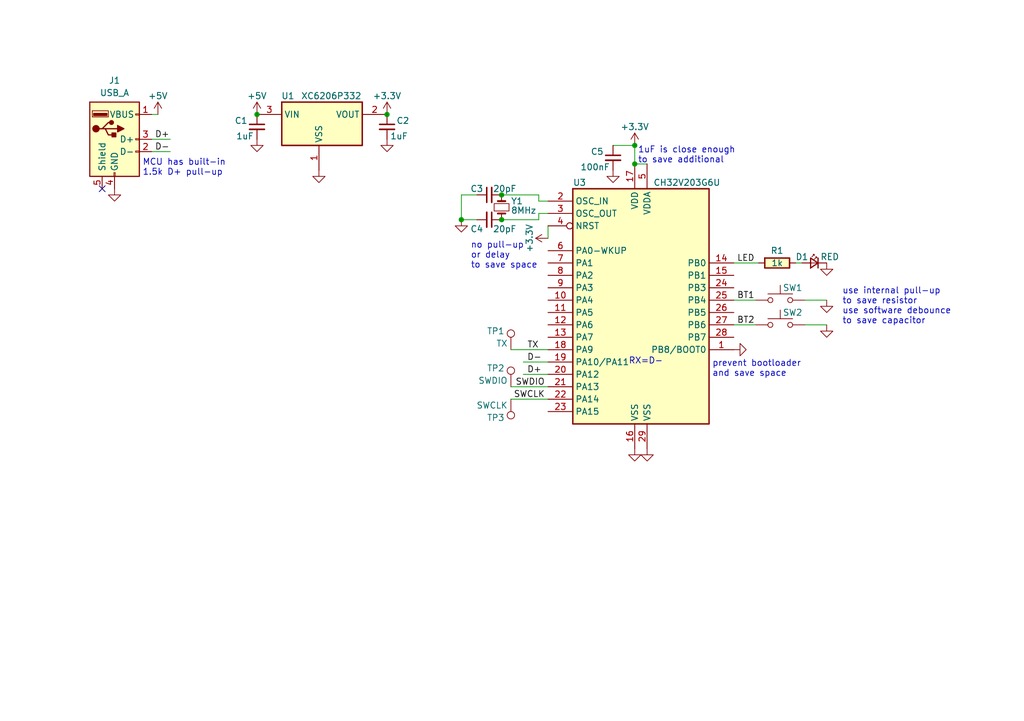
<source format=kicad_sch>
(kicad_sch (version 20230121) (generator eeschema)
  (paper "A5")
  (title_block (title "passkey") (date "$date$") (rev "$version$.$revision$") (company "CuVoodoo") (comment 1 "King Kévin") (comment 2 "CERN-OHL-S") (comment 3 "credential typer"))
  (lib_symbols
    (symbol "Connector:TestPoint" (pin_numbers hide) (pin_names (offset 0.762) hide)
      (property "Reference" "TP" (at 0 6.858 0))
      (property "Value" "TestPoint" (at 0 5.08 0))
      (symbol "TestPoint_0_1"
        (circle (center 0 3.302) (radius 0.762))
      )
      (symbol "TestPoint_1_1"
        (pin passive line (at 0 0 90) (length 2.54) (name "1") (number "1"))
      )
    )
    (symbol "Connector:USB_A" (pin_names (offset 1.016))
      (property "Reference" "J" (at -5.08 11.43 0))
      (property "Value" "USB_A" (at -5.08 8.89 0))
      (symbol "USB_A_0_1"
        (rectangle (start -5.08 -7.62) (end 5.08 7.62) (stroke (width 0.254)) (fill (type background)))
        (circle (center -3.81 2.159) (radius 0.635) (stroke (width 0.254)) (fill (type outline)))
        (rectangle (start -1.524 4.826) (end -4.318 5.334) (fill (type outline)))
        (rectangle (start -1.27 4.572) (end -4.572 5.842))
        (circle (center -0.635 3.429) (radius 0.381) (stroke (width 0.254)) (fill (type outline)))
        (rectangle (start -0.127 -7.62) (end 0.127 -6.858))
        (polyline (pts (xy -3.175 2.159) (xy -2.54 2.159) (xy -1.27 3.429) (xy -0.635 3.429)) (stroke (width 0.254)))
        (polyline (pts (xy -2.54 2.159) (xy -1.905 2.159) (xy -1.27 0.889) (xy 0 0.889)) (stroke (width 0.254)))
        (polyline (pts (xy 0.635 2.794) (xy 0.635 1.524) (xy 1.905 2.159) (xy 0.635 2.794)) (stroke (width 0.254)) (fill (type outline)))
        (rectangle (start 0.254 1.27) (end -0.508 0.508) (stroke (width 0.254)) (fill (type outline)))
        (rectangle (start 5.08 -2.667) (end 4.318 -2.413))
        (rectangle (start 5.08 -0.127) (end 4.318 0.127))
        (rectangle (start 5.08 4.953) (end 4.318 5.207))
      )
      (symbol "USB_A_1_1"
        (polyline (pts (xy -1.905 2.159) (xy 0.635 2.159)) (stroke (width 0.254)))
        (pin power_in line (at 7.62 5.08 180) (length 2.54) (name "VBUS") (number "1"))
        (pin bidirectional line (at 7.62 -2.54 180) (length 2.54) (name "D-") (number "2"))
        (pin bidirectional line (at 7.62 0 180) (length 2.54) (name "D+") (number "3"))
        (pin power_in line (at 0 -10.16 90) (length 2.54) (name "GND") (number "4"))
        (pin passive line (at -2.54 -10.16 90) (length 2.54) (name "Shield") (number "5"))
      )
    )
    (symbol "partdb:LED/KT-0603R" (pin_numbers hide) (pin_names (offset 0.254) hide)
      (property "Reference" "D" (at -1.27 3.175 0))
      (property "Value" "LED_Small" (at -4.445 -2.54 0))
      (symbol "LED/KT-0603R_0_1"
        (polyline (pts (xy -0.762 -1.016) (xy -0.762 1.016)) (stroke (width 0.254)))
        (polyline (pts (xy 1.016 0) (xy -0.762 0)))
        (polyline (pts (xy 0.762 -1.016) (xy -0.762 0) (xy 0.762 1.016) (xy 0.762 -1.016)) (stroke (width 0.254)))
        (polyline (pts (xy 0 0.762) (xy -0.508 1.27) (xy -0.254 1.27) (xy -0.508 1.27) (xy -0.508 1.016)))
        (polyline (pts (xy 0.508 1.27) (xy 0 1.778) (xy 0.254 1.778) (xy 0 1.778) (xy 0 1.524)))
      )
      (symbol "LED/KT-0603R_1_1"
        (pin passive line (at -2.54 0 0) (length 1.778) (name "K") (number "1"))
        (pin passive line (at 2.54 0 180) (length 1.778) (name "A") (number "2"))
      )
    )
    (symbol "partdb:MCU/CH32V203G6U6"
      (property "Reference" "U" (at 0 0.762 0))
      (property "Value" "CH32V203G6U" (at 16.002 -49.022 0))
      (symbol "MCU/CH32V203G6U6_1_1"
        (rectangle (start 0 0) (end 27.94 -48.26) (stroke (width 0.305)) (fill (type background)))
        (pin bidirectional line (at 33.02 -33.02 180) (length 5.08) (name "PB8/BOOT0") (number "1"))
        (pin bidirectional line (at -5.08 -22.86 0) (length 5.08) (name "PA4") (number "10"))
        (pin bidirectional line (at -5.08 -25.4 0) (length 5.08) (name "PA5") (number "11"))
        (pin bidirectional line (at -5.08 -27.94 0) (length 5.08) (name "PA6") (number "12"))
        (pin bidirectional line (at -5.08 -30.48 0) (length 5.08) (name "PA7") (number "13"))
        (pin bidirectional line (at 33.02 -15.24 180) (length 5.08) (name "PB0") (number "14"))
        (pin bidirectional line (at 33.02 -17.78 180) (length 5.08) (name "PB1") (number "15"))
        (pin power_in line (at 12.7 -53.34 90) (length 5.08) (name "VSS") (number "16"))
        (pin power_in line (at 12.7 5.08 270) (length 5.08) (name "VDD") (number "17"))
        (pin bidirectional line (at -5.08 -33.02 0) (length 5.08) (name "PA9") (number "18"))
        (pin unspecified line (at -5.08 -35.56 0) (length 5.08) (name "PA10/PA11") (number "19"))
        (pin passive line (at -5.08 -2.54 0) (length 5.08) (name "OSC_IN") (number "2"))
        (pin bidirectional line (at -5.08 -38.1 0) (length 5.08) (name "PA12") (number "20"))
        (pin bidirectional line (at -5.08 -40.64 0) (length 5.08) (name "PA13") (number "21"))
        (pin bidirectional line (at -5.08 -43.18 0) (length 5.08) (name "PA14") (number "22"))
        (pin bidirectional line (at -5.08 -45.72 0) (length 5.08) (name "PA15") (number "23"))
        (pin bidirectional line (at 33.02 -20.32 180) (length 5.08) (name "PB3") (number "24"))
        (pin bidirectional line (at 33.02 -22.86 180) (length 5.08) (name "PB4") (number "25"))
        (pin bidirectional line (at 33.02 -25.4 180) (length 5.08) (name "PB5") (number "26"))
        (pin bidirectional line (at 33.02 -27.94 180) (length 5.08) (name "PB6") (number "27"))
        (pin bidirectional line (at 33.02 -30.48 180) (length 5.08) (name "PB7") (number "28"))
        (pin power_in line (at 15.24 -53.34 90) (length 5.08) (name "VSS") (number "29"))
        (pin passive line (at -5.08 -5.08 0) (length 5.08) (name "OSC_OUT") (number "3"))
        (pin input inverted (at -5.08 -7.62 0) (length 5.08) (name "NRST") (number "4"))
        (pin power_in line (at 15.24 5.08 270) (length 5.08) (name "VDDA") (number "5"))
        (pin bidirectional line (at -5.08 -12.7 0) (length 5.08) (name "PA0-WKUP") (number "6"))
        (pin bidirectional line (at -5.08 -15.24 0) (length 5.08) (name "PA1") (number "7"))
        (pin bidirectional line (at -5.08 -17.78 0) (length 5.08) (name "PA2") (number "8"))
        (pin bidirectional line (at -5.08 -20.32 0) (length 5.08) (name "PA3") (number "9"))
      )
    )
    (symbol "partdb:button/1TS003B-1900-3500A-CT" (pin_numbers hide) (pin_names (offset 1.016) hide)
      (property "Reference" "SW" (at 1.27 2.54 0))
      (property "Value" "SW_Push" (at 0 -1.524 0))
      (symbol "button/1TS003B-1900-3500A-CT_0_1"
        (circle (center -2.032 0) (radius 0.508))
        (polyline (pts (xy 0 1.27) (xy 0 3.048)))
        (polyline (pts (xy 2.54 1.27) (xy -2.54 1.27)))
        (circle (center 2.032 0) (radius 0.508))
        (pin passive line (at -5.08 0 0) (length 2.54) (name "1") (number "1"))
        (pin passive line (at 5.08 0 180) (length 2.54) (name "2") (number "2"))
      )
    )
    (symbol "partdb:capacitor/C0603 0.1uF 50V" (pin_numbers hide) (pin_names (offset 0.254) hide)
      (property "Reference" "C" (at 0.254 1.778 0))
      (property "Value" "C_Small" (at 0.254 -2.032 0))
      (symbol "capacitor/C0603 0.1uF 50V_0_1"
        (polyline (pts (xy -1.524 -0.508) (xy 1.524 -0.508)) (stroke (width 0.3302)))
        (polyline (pts (xy -1.524 0.508) (xy 1.524 0.508)) (stroke (width 0.3048)))
      )
      (symbol "capacitor/C0603 0.1uF 50V_1_1"
        (pin passive line (at 0 2.54 270) (length 2.032) (name "~") (number "1"))
        (pin passive line (at 0 -2.54 90) (length 2.032) (name "~") (number "2"))
      )
    )
    (symbol "partdb:capacitor/C0603 20pF" (pin_numbers hide) (pin_names (offset 0.254) hide)
      (property "Reference" "C" (at 0.254 1.778 0))
      (property "Value" "C_Small" (at 0.254 -2.032 0))
      (symbol "capacitor/C0603 20pF_0_1"
        (polyline (pts (xy -1.524 -0.508) (xy 1.524 -0.508)) (stroke (width 0.3302)))
        (polyline (pts (xy -1.524 0.508) (xy 1.524 0.508)) (stroke (width 0.3048)))
      )
      (symbol "capacitor/C0603 20pF_1_1"
        (pin passive line (at 0 2.54 270) (length 2.032) (name "~") (number "1"))
        (pin passive line (at 0 -2.54 90) (length 2.032) (name "~") (number "2"))
      )
    )
    (symbol "partdb:capacitor/CL10A105KB8NNNC" (pin_numbers hide) (pin_names (offset 0.254) hide)
      (property "Reference" "C" (at 0.254 1.778 0))
      (property "Value" "C_Small" (at 0.254 -2.032 0))
      (symbol "capacitor/CL10A105KB8NNNC_0_1"
        (polyline (pts (xy -1.524 -0.508) (xy 1.524 -0.508)) (stroke (width 0.3302)))
        (polyline (pts (xy -1.524 0.508) (xy 1.524 0.508)) (stroke (width 0.3048)))
      )
      (symbol "capacitor/CL10A105KB8NNNC_1_1"
        (pin passive line (at 0 2.54 270) (length 2.032) (name "~") (number "1"))
        (pin passive line (at 0 -2.54 90) (length 2.032) (name "~") (number "2"))
      )
    )
    (symbol "partdb:oscillator/X50328MSB2GI" (pin_numbers hide) (pin_names (offset 1.016) hide)
      (property "Reference" "Y" (at 0 2.54 0))
      (property "Value" "Crystal_Small" (at 0 -2.54 0))
      (symbol "oscillator/X50328MSB2GI_0_1"
        (rectangle (start -0.762 -1.524) (end 0.762 1.524))
        (polyline (pts (xy -1.27 -0.762) (xy -1.27 0.762)) (stroke (width 0.381)))
        (polyline (pts (xy 1.27 -0.762) (xy 1.27 0.762)) (stroke (width 0.381)))
      )
      (symbol "oscillator/X50328MSB2GI_1_1"
        (pin passive line (at -2.54 0 0) (length 1.27) (name "1") (number "1"))
        (pin passive line (at 2.54 0 180) (length 1.27) (name "2") (number "2"))
      )
    )
    (symbol "partdb:resistor/0603WAF1001T5E" (pin_numbers hide) (pin_names hide)
      (property "Reference" "R" (at 0 1.778 0))
      (property "Value" "R0603" (at 0 -1.778 0))
      (symbol "resistor/0603WAF1001T5E_1_1"
        (rectangle (start -2.54 1.016) (end 2.54 -1.016) (stroke (width 0.305)) (fill (type background)))
        (pin passive line (at -3.81 0 0) (length 1.27) (name "L") (number "1"))
        (pin passive line (at 3.81 0 180) (length 1.27) (name "R") (number "2"))
      )
    )
    (symbol "partdb:voltage regulator/XC6206P332MR"
      (property "Reference" "U" (at 8.255 0.762 0))
      (property "Value" "XC6206" (at 8.382 -9.652 0))
      (symbol "voltage regulator/XC6206P332MR_1_1"
        (rectangle (start 0 0) (end 16.51 -8.89) (stroke (width 0.305)) (fill (type background)))
        (pin power_in line (at 7.62 -13.97 90) (length 5.08) (name "VSS") (number "1"))
        (pin unspecified line (at 21.59 -2.54 180) (length 5.08) (name "VOUT") (number "2"))
        (pin power_in line (at -5.08 -2.54 0) (length 5.08) (name "VIN") (number "3"))
      )
    )
    (symbol "power:+3.3V" (power) (pin_names (offset 0))
      (property "Value" "+3.3V" (at 0 3.556 0))
      (symbol "+3.3V_0_1"
        (polyline (pts (xy -0.762 1.27) (xy 0 2.54)))
        (polyline (pts (xy 0 0) (xy 0 2.54)))
        (polyline (pts (xy 0 2.54) (xy 0.762 1.27)))
      )
      (symbol "+3.3V_1_1"
        (pin power_in line (at 0 0 90) (length 0) hide (name "+3.3V") (number "1"))
      )
    )
    (symbol "power:+5V" (power) (pin_names (offset 0))
      (property "Value" "+5V" (at 0 3.556 0))
      (symbol "+5V_0_1"
        (polyline (pts (xy -0.762 1.27) (xy 0 2.54)))
        (polyline (pts (xy 0 0) (xy 0 2.54)))
        (polyline (pts (xy 0 2.54) (xy 0.762 1.27)))
      )
      (symbol "+5V_1_1"
        (pin power_in line (at 0 0 90) (length 0) hide (name "+5V") (number "1"))
      )
    )
    (symbol "power:GND" (power) (pin_names (offset 0))
      (property "Value" "GND" (at 0 -3.81 0))
      (symbol "GND_0_1"
        (polyline (pts (xy 0 0) (xy 0 -1.27) (xy 1.27 -1.27) (xy 0 -2.54) (xy -1.27 -1.27) (xy 0 -1.27)))
      )
      (symbol "GND_1_1"
        (pin power_in line (at 0 0 270) (length 0) hide (name "GND") (number "1"))
      )
    )
  )
  (junction (at 79.375 23.495))
  (junction (at 102.87 45.085))
  (junction (at 130.175 33.655))
  (junction (at 94.615 45.085))
  (junction (at 102.87 40.005))
  (junction (at 52.705 23.495))
  (junction (at 130.175 29.845))
  (no_connect (at 20.955 38.735))
  (wire (pts (xy 150.495 66.675) (xy 154.94 66.675)))
  (wire (pts (xy 112.395 48.895) (xy 112.395 46.355)))
  (wire (pts (xy 130.175 33.655) (xy 130.175 29.845)))
  (wire (pts (xy 97.79 40.005) (xy 94.615 40.005)))
  (wire (pts (xy 104.775 81.915) (xy 112.395 81.915)))
  (wire (pts (xy 132.715 33.655) (xy 130.175 33.655)))
  (wire (pts (xy 110.49 41.275) (xy 112.395 41.275)))
  (wire (pts (xy 107.315 76.835) (xy 112.395 76.835)))
  (wire (pts (xy 94.615 40.005) (xy 94.615 45.085)))
  (wire (pts (xy 31.115 28.575) (xy 34.925 28.575)))
  (wire (pts (xy 169.545 66.675) (xy 165.1 66.675)))
  (wire (pts (xy 110.49 40.005) (xy 110.49 41.275)))
  (wire (pts (xy 110.49 43.815) (xy 110.49 45.085)))
  (wire (pts (xy 165.1 61.595) (xy 169.545 61.595)))
  (wire (pts (xy 164.465 53.975) (xy 163.195 53.975)))
  (wire (pts (xy 104.775 71.755) (xy 112.395 71.755)))
  (wire (pts (xy 104.775 79.375) (xy 112.395 79.375)))
  (wire (pts (xy 150.495 53.975) (xy 155.575 53.975)))
  (wire (pts (xy 94.615 45.085) (xy 97.79 45.085)))
  (wire (pts (xy 150.495 61.595) (xy 154.94 61.595)))
  (wire (pts (xy 112.395 43.815) (xy 110.49 43.815)))
  (wire (pts (xy 31.115 31.115) (xy 34.925 31.115)))
  (wire (pts (xy 32.385 23.495) (xy 31.115 23.495)))
  (wire (pts (xy 125.73 29.845) (xy 130.175 29.845)))
  (wire (pts (xy 107.315 74.295) (xy 112.395 74.295)))
  (wire (pts (xy 102.87 40.005) (xy 110.49 40.005)))
  (wire (pts (xy 110.49 45.085) (xy 102.87 45.085)))
  (text "RX=D-" (at 128.905 74.93 0) (effects (font (size 1.27 1.27)) (justify left bottom)))
  (text "1uF is close enough\nto save additional" (at 130.81 33.655 0) (effects (font (size 1.27 1.27)) (justify left bottom)))
  (text "use internal pull-up\nto save resistor\nuse software debounce\nto save capacitor" (at 172.72 66.675 0) (effects (font (size 1.27 1.27)) (justify left bottom)))
  (text "prevent bootloader\nand save space" (at 146.05 77.47 0) (effects (font (size 1.27 1.27)) (justify left bottom)))
  (text "no pull-up\nor delay\nto save space" (at 96.52 55.245 0) (effects (font (size 1.27 1.27)) (justify left bottom)))
  (text "MCU has built-in\n1.5k D+ pull-up" (at 29.21 36.195 0) (effects (font (size 1.27 1.27)) (justify left bottom)))
  (label "SWCLK" (at 111.76 81.915 180))
  (label "D-" (at 31.75 31.115 0))
  (label "D+" (at 111.125 76.835 180))
  (label "SWDIO" (at 111.76 79.375 180))
  (label "TX" (at 110.49 71.755 180))
  (label "D+" (at 31.75 28.575 0))
  (label "D-" (at 111.125 74.295 180))
  (label "BT1" (at 151.13 61.595 0))
  (label "LED" (at 151.13 53.975 0))
  (label "BT2" (at 151.13 66.675 0))
  (symbol (lib_id "power:GND") (at 52.705 28.575 0) (unit 1)
    (property "Reference" "#PWR03" (effects hide))
    (property "Value" "GND" (effects hide))
  )
  (symbol (lib_id "Connector:TestPoint") (at 104.775 81.915 180) (unit 1)
    (property "Reference" "TP3" (at 103.505 85.725 0) (effects (justify left)))
    (property "Value" "SWCLK" (at 104.14 83.185 0) (effects (justify left)))
  )
  (symbol (lib_id "Connector:TestPoint") (at 104.775 71.755 0) (mirror y) (unit 1)
    (property "Reference" "TP1" (at 103.505 67.945 0) (effects (justify left)))
    (property "Value" "TX" (at 104.14 70.485 0) (effects (justify left)))
  )
  (symbol (lib_id "partdb:oscillator/X50328MSB2GI") (at 102.87 42.545 90) (unit 1)
    (property "Reference" "Y1" (at 104.775 41.275 90) (effects (justify right)))
    (property "Value" "8MHz" (at 104.775 43.18 90) (effects (justify right)))
    (property "Footprint" "qeda:OSCILLATOR_X5032" (effects hide))
    (property "Datasheet" "https://datasheet.lcsc.com/lcsc/2302201101_YXC-X50328MSB2GI_C115962.pdf" (effects hide))
    (property "Description" "crystal 8MHz" (effects hide))
    (property "qeda_part" "oscillator/x5032" (effects hide))
    (property "LCSC" "C115962" (effects hide))
  )
  (symbol (lib_id "power:+5V") (at 32.385 23.495 0) (unit 1)
    (property "Reference" "#PWR025" (effects hide))
    (property "Value" "+5V" (at 32.385 19.685 0))
  )
  (symbol (lib_id "partdb:capacitor/CL10A105KB8NNNC") (at 79.375 26.035 0) (unit 1)
    (property "Reference" "C2" (at 81.28 24.765 0) (effects (justify left)))
    (property "Value" "1uF" (at 80.01 27.94 0) (effects (justify left)))
    (property "Footprint" "qeda:CAPC1608X92N" (effects hide))
    (property "Datasheet" "https://datasheet.lcsc.com/lcsc/2304140030_Samsung-Electro-Mechanics-CL10A105KB8NNNC_C15849.pdf" (effects hide))
    (property "Description" "C0603 1uF 50V" (effects hide))
    (property "qeda_part" "capacitor/c0603" (effects hide))
    (property "JLCPCB_CORRECTION" "0;0;-90" (effects hide))
    (property "JLCPCB" "C15849" (effects hide))
  )
  (symbol (lib_id "partdb:voltage regulator/XC6206P332MR") (at 57.785 20.955 0) (unit 1)
    (property "Reference" "U1" (at 59.055 19.685 0))
    (property "Value" "XC6206P332" (at 67.945 19.685 0))
    (property "Footprint" "qeda:SOT95P280X130-3N" (effects hide))
    (property "Datasheet" "https://www.torexsemi.com/file/xc6206/XC6206.pdf" (effects hide))
    (property "Description" "LDO 3.3V 0.2A" (effects hide))
    (property "qeda_part" "vreg/ldo_torex_xc6206" (effects hide))
    (property "qeda_variant" "MR" (effects hide))
    (property "JLCPCB_CORRECTION" "0;0;180" (effects hide))
    (property "JLCPCB" "C5446" (effects hide))
  )
  (symbol (lib_id "power:+3.3V") (at 130.175 29.845 0) (unit 1)
    (property "Reference" "#PWR010" (effects hide))
    (property "Value" "+3.3V" (at 130.175 26.035 0))
  )
  (symbol (lib_id "partdb:capacitor/C0603 0.1uF 50V") (at 125.73 32.385 0) (mirror y) (unit 1)
    (property "Reference" "C5" (at 123.825 31.115 0) (effects (justify left)))
    (property "Value" "100nF" (at 125.095 34.29 0) (effects (justify left)))
    (property "Footprint" "qeda:CAPC1608X92N" (effects hide))
    (property "Description" "100nF ±20% 50V X7R" (effects hide))
    (property "qeda_part" "capacitor/c0603" (effects hide))
    (property "JLCPCB_CORRECTION" "0;0;-90" (effects hide))
    (property "LCSC" "C108097" (effects hide))
    (property "JLCPCB" "C14663" (effects hide))
  )
  (symbol (lib_id "partdb:button/1TS003B-1900-3500A-CT") (at 160.02 66.675 0) (unit 1)
    (property "Reference" "SW2" (at 162.56 64.135 0))
    (property "Value" "SW_Push" (effects hide))
    (property "Footprint" "qeda:MECHANICAL_1TS003B" (effects hide))
    (property "Datasheet" "https://datasheet.lcsc.com/lcsc/1811070920_HYP--Hongyuan-Precision-1TS003B-1900-3500A-CT_C319395.pdf" (effects hide))
    (property "Description" "side button" (effects hide))
    (property "qeda_part" "mechanical/smd-button_hyp_1ts003b" (effects hide))
    (property "LCSC" "C319395" (effects hide))
  )
  (symbol (lib_id "power:GND") (at 150.495 71.755 90) (unit 1)
    (property "Reference" "#PWR029" (effects hide))
    (property "Value" "GND" (effects hide))
  )
  (symbol (lib_id "power:GND") (at 23.495 38.735 0) (unit 1)
    (property "Reference" "#PWR01" (effects hide))
    (property "Value" "GND" (effects hide))
  )
  (symbol (lib_id "power:+3.3V") (at 79.375 23.495 0) (unit 1)
    (property "Reference" "#PWR07" (effects hide))
    (property "Value" "+3.3V" (at 79.375 19.685 0))
  )
  (symbol (lib_id "partdb:resistor/0603WAF1001T5E") (at 159.385 53.975 0) (unit 1)
    (property "Reference" "R1" (at 159.385 51.435 0))
    (property "Value" "1k" (at 159.385 53.975 0))
    (property "Footprint" "qeda:UC1608X55N" (effects hide))
    (property "Datasheet" "https://datasheet.lcsc.com/lcsc/2206010130_UNI-ROYAL-Uniroyal-Elec-0603WAF1001T5E_C21190.pdf" (effects hide))
    (property "Description" "R0603 1k 1%" (effects hide))
    (property "qeda_part" "resistor/r0603" (effects hide))
    (property "JLCPCB_CORRECTION" "0;0;-90" (effects hide))
    (property "LCSC" "C21190" (effects hide))
    (property "JLCPCB" "C21190" (effects hide))
  )
  (symbol (lib_id "Connector:TestPoint") (at 104.775 79.375 0) (mirror y) (unit 1)
    (property "Reference" "TP2" (at 103.505 75.565 0) (effects (justify left)))
    (property "Value" "SWDIO" (at 104.14 78.105 0) (effects (justify left)))
  )
  (symbol (lib_id "partdb:capacitor/CL10A105KB8NNNC") (at 52.705 26.035 0) (mirror y) (unit 1)
    (property "Reference" "C1" (at 50.8 24.765 0) (effects (justify left)))
    (property "Value" "1uF" (at 52.07 27.94 0) (effects (justify left)))
    (property "Footprint" "qeda:CAPC1608X92N" (effects hide))
    (property "Datasheet" "https://datasheet.lcsc.com/lcsc/2304140030_Samsung-Electro-Mechanics-CL10A105KB8NNNC_C15849.pdf" (effects hide))
    (property "Description" "C0603 1uF 50V" (effects hide))
    (property "qeda_part" "capacitor/c0603" (effects hide))
    (property "JLCPCB_CORRECTION" "0;0;-90" (effects hide))
    (property "JLCPCB" "C15849" (effects hide))
  )
  (symbol (lib_id "power:GND") (at 169.545 66.675 0) (unit 1)
    (property "Reference" "#PWR014" (effects hide))
    (property "Value" "GND" (effects hide))
  )
  (symbol (lib_id "Connector:USB_A") (at 23.495 28.575 0) (unit 1)
    (property "Reference" "J1" (at 23.495 16.51 0))
    (property "Value" "USB_A" (at 23.495 19.05 0))
    (property "Footprint" "qeda:CONNECTOR_USB-A-PLUG" (effects hide))
    (property "Datasheet" " ~" (effects hide))
  )
  (symbol (lib_id "partdb:MCU/CH32V203G6U6") (at 117.475 38.735 0) (unit 1)
    (property "Reference" "U3" (at 117.475 37.465 0) (effects (justify left)))
    (property "Value" "CH32V203G6U" (at 133.985 37.465 0) (effects (justify left)))
    (property "Footprint" "qeda:QFN40P400X400X75-29N" (effects hide))
    (property "Datasheet" "https://datasheet.lcsc.com/lcsc/2403141433_WCH-Jiangsu-Qin-Heng-CH32V203G6U6_C5142280.pdf" (effects hide))
    (property "Description" "RISC-V MCU" (effects hide))
    (property "qeda_part" "mcu/wch_ch32v203" (effects hide))
    (property "qeda_variant" "G6U" (effects hide))
    (property "LCSC" "C5142280" (effects hide))
  )
  (symbol (lib_id "power:GND") (at 132.715 92.075 0) (unit 1)
    (property "Reference" "#PWR013" (effects hide))
    (property "Value" "GND" (effects hide))
  )
  (symbol (lib_id "partdb:button/1TS003B-1900-3500A-CT") (at 160.02 61.595 0) (unit 1)
    (property "Reference" "SW1" (at 162.56 59.055 0))
    (property "Value" "SW_Push" (effects hide))
    (property "Footprint" "qeda:MECHANICAL_1TS003B" (effects hide))
    (property "Datasheet" "https://datasheet.lcsc.com/lcsc/1811070920_HYP--Hongyuan-Precision-1TS003B-1900-3500A-CT_C319395.pdf" (effects hide))
    (property "Description" "side button" (effects hide))
    (property "qeda_part" "mechanical/smd-button_hyp_1ts003b" (effects hide))
    (property "LCSC" "C319395" (effects hide))
  )
  (symbol (lib_id "partdb:LED/KT-0603R") (at 167.005 53.975 0) (mirror y) (unit 1)
    (property "Reference" "D1" (at 164.465 52.705 0))
    (property "Value" "RED" (at 170.18 52.705 0))
    (property "Footprint" "qeda:UPC1608X90N" (effects hide))
    (property "Datasheet" "https://datasheet.lcsc.com/lcsc/1810231112_Hubei-KENTO-Elec-KT-0603R_C2286.pdf" (effects hide))
    (property "Description" "LED red 0603" (effects hide))
    (property "qeda_part" "diode/led0603" (effects hide))
    (property "JLCPCB_CORRECTION" "0;0;-90" (effects hide))
    (property "JLCPCB" "C2286" (effects hide))
  )
  (symbol (lib_id "power:GND") (at 169.545 53.975 0) (unit 1)
    (property "Reference" "#PWR04" (effects hide))
    (property "Value" "GND" (effects hide))
  )
  (symbol (lib_id "power:GND") (at 79.375 28.575 0) (unit 1)
    (property "Reference" "#PWR08" (effects hide))
    (property "Value" "GND" (effects hide))
  )
  (symbol (lib_id "power:+3.3V") (at 112.395 48.895 90) (unit 1)
    (property "Reference" "#PWR028" (effects hide))
    (property "Value" "+3.3V" (at 108.585 48.895 0))
  )
  (symbol (lib_id "power:GND") (at 169.545 61.595 0) (unit 1)
    (property "Reference" "#PWR06" (effects hide))
    (property "Value" "GND" (effects hide))
  )
  (symbol (lib_id "power:+5V") (at 52.705 23.495 0) (unit 1)
    (property "Reference" "#PWR02" (effects hide))
    (property "Value" "+5V" (at 52.705 19.685 0))
  )
  (symbol (lib_id "power:GND") (at 125.73 34.925 0) (mirror y) (unit 1)
    (property "Reference" "#PWR011" (effects hide))
    (property "Value" "GND" (effects hide))
  )
  (symbol (lib_id "partdb:capacitor/C0603 20pF") (at 100.33 45.085 270) (mirror x) (unit 1)
    (property "Reference" "C4" (at 97.79 46.99 90))
    (property "Value" "20pF" (at 103.505 46.99 90))
    (property "Footprint" "qeda:CAPC1608X92N" (effects hide))
    (property "Description" "20pF 50V C0G ±10%" (effects hide))
    (property "qeda_part" "capacitor/c0603" (effects hide))
    (property "JLCPCB_CORRECTION" "0;0;-90" (effects hide))
    (property "LCSC" "C713506" (effects hide))
    (property "JLCPCB" "C1648" (effects hide))
  )
  (symbol (lib_id "power:GND") (at 130.175 92.075 0) (unit 1)
    (property "Reference" "#PWR012" (effects hide))
    (property "Value" "GND" (effects hide))
  )
  (symbol (lib_id "power:GND") (at 94.615 45.085 0) (unit 1)
    (property "Reference" "#PWR09" (effects hide))
    (property "Value" "GND" (effects hide))
  )
  (symbol (lib_id "power:GND") (at 65.405 34.925 0) (unit 1)
    (property "Reference" "#PWR05" (effects hide))
    (property "Value" "GND" (effects hide))
  )
  (symbol (lib_id "partdb:capacitor/C0603 20pF") (at 100.33 40.005 90) (unit 1)
    (property "Reference" "C3" (at 97.79 38.735 90))
    (property "Value" "20pF" (at 103.505 38.735 90))
    (property "Footprint" "qeda:CAPC1608X92N" (effects hide))
    (property "Description" "20pF 50V C0G ±10%" (effects hide))
    (property "qeda_part" "capacitor/c0603" (effects hide))
    (property "JLCPCB_CORRECTION" "0;0;-90" (effects hide))
    (property "LCSC" "C713506" (effects hide))
    (property "JLCPCB" "C1648" (effects hide))
  )
)
</source>
